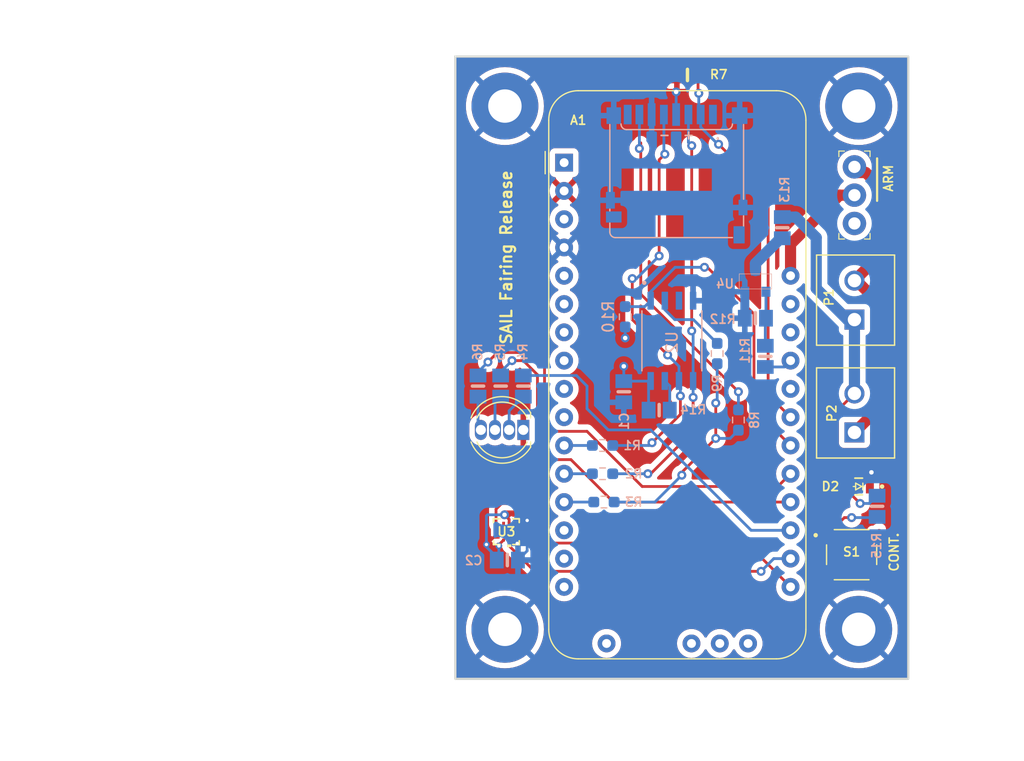
<source format=kicad_pcb>
(kicad_pcb (version 20221018) (generator pcbnew)
  (layers (0 "F.Cu" signal) (31 "B.Cu" signal) (34 "B.Paste" user) (35 "F.Paste" user) (36 "B.SilkS" user "B.Silkscreen") (37 "F.SilkS" user "F.Silkscreen") (38 "B.Mask" user) (39 "F.Mask" user) (44 "Edge.Cuts" user))
  (net 0 "")
  (net 2 "+3.3V")
  (net 4 "GND")
  (net 13 "/SDA")
  (net 14 "/SCL")
  (net 15 "/CUT")
  (net 16 "/ARM")
  (net 20 "/VBAT")
  (net 26 "Net-(P1-Pad1)")
  (net 27 "/LEDRED")
  (net 28 "/LEDBLU")
  (net 29 "/LEDGRN")
  (net 30 "Net-(D2-A)")
  (net 31 "Net-(D1-GRN)")
  (net 32 "Net-(D1-BLU)")
  (net 33 "Net-(D1-RED)")
  (net 34 "/SD-CS")
  (net 35 "/MISO")
  (net 36 "/FLASH-CS")
  (net 37 "/SCK")
  (net 38 "/MOSI")
  (net 40 "Net-(A1-SCK{slash}D24)")
  (net 41 "Net-(A1-MOSI{slash}D23)")
  (net 42 "Net-(A1-MISO{slash}D22)")
  (net 43 "Net-(R8-Pad2)")
  (net 44 "Net-(U2-DO(IO1))")
  (net 45 "Net-(U2-HOLD(IO3))")
  (net 46 "Net-(R15-Pad2)")
  (net 53 "Net-(U4-GATE)")
  (net 54 "Net-(U4-DRAIN)")
  (footprint "CustomFootprintLib:LED_D5.0mm-4_RGB" (layer "F.Cu") (at 117.348 97.536 180)
    (fp_text reference "D1" hide)
    (fp_text value "TRI-COLOR LED" hide)
    (pad "1" thru_hole rect (at 0 0 180) (size 1.07 1.8) (drill 0.9) (layers "*.Cu" "*.Mask") (net 2 "+3.3V"))
    (pad "2" thru_hole oval (at 1.27 0 180) (size 1.07 1.8) (drill 0.9) (layers "*.Cu" "*.Mask") (net 33 "Net-(D1-RED)"))
    (pad "3" thru_hole oval (at 2.54 0 180) (size 1.07 1.8) (drill 0.9) (layers "*.Cu" "*.Mask") (net 32 "Net-(D1-BLU)"))
    (pad "4" thru_hole oval (at 3.81 0 180) (size 1.07 1.8) (drill 0.9) (layers "*.Cu" "*.Mask") (net 31 "Net-(D1-GRN)"))
  )
  (footprint "CustomFootprintLib:LED0805N_CML_(CMD17-21VRDTR8)" (layer "F.Cu") (at 147.447 102.616 180)
    (fp_text reference "D2" (at 2.54 0 unlocked) (layer "F.SilkS") (effects (font (size 0.8 0.8))))
    (fp_text value "LED")
    (pad "1" smd rect (at -1.0033 0 180) (size 0.7112 1.2446) (layers "F.Cu" "F.Paste" "F.Mask") (net 4 "GND"))
    (pad "2" smd rect (at 1.0033 0 180) (size 0.7112 1.2446) (layers "F.Cu" "F.Paste" "F.Mask") (net 30 "Net-(D2-A)"))
    (zone (net 0) (net_name "") (layer "F.Cu") (connect_pads (clearance 0)) (min_thickness 0.254)
      (keepout (tracks not_allowed) (vias not_allowed) (pads allowed) (copperpour not_allowed) (footprints allowed))
      (fill (thermal_gap 0.508) (thermal_bridge_width 0.508))
      (polygon (pts (xy 148.0439 103.1875) (xy 146.8501 103.1875) (xy 146.8501 102.0445) (xy 148.0439 102.0445)))
    )
  )
  (footprint "CustomFootprintLib:0805-NO-Resistor" (layer "F.Cu") (at 132.08 65.659 180)
    (fp_text reference "R7" (at -3.683 0.508) (layer "F.SilkS") (effects (font (size 0.8 0.8) (thickness 0.15) bold) (justify right top)))
    (fp_text value "10k")
    (pad "1" smd rect (at -0.95 0 180) (size 1.24 1.5) (layers "F.Cu" "F.Paste" "F.Mask") (net 34 "/SD-CS"))
    (pad "2" smd rect (at 0.95 0 180) (size 1.24 1.5) (layers "F.Cu" "F.Paste" "F.Mask") (net 2 "+3.3V"))
  )
  (footprint "MountingHole:MountingHole_3mm_Pad" (layer "F.Cu") (at 115.697 115.443)
    (fp_text reference "H3" hide)
    (fp_text value "MountingHole_Pad")
    (pad "1" thru_hole circle (at 0 0) (size 6 6) (drill 3) (layers "*.Cu" "*.Mask") (net 4 "GND"))
  )
  (footprint "CustomFootprintLib:TERMBLOCK_OSTTE020104_3_5MM" (layer "F.Cu") (at 147.066 96.012 90)
    (fp_text reference "P2" (at -0.028 -2.032 90) (layer "F.SilkS") (effects (font (size 0.8 0.8))))
    (fp_text value "OSTTE020104")
    (pad "1" thru_hole rect (at -1.75 0 90) (size 1.8 1.8) (drill 1.2) (layers "*.Cu" "*.Mask") (net 16 "/ARM"))
    (pad "2" thru_hole circle (at 1.75 0 90) (size 1.8 1.8) (drill 1.2) (layers "*.Cu" "*.Mask") (net 26 "Net-(P1-Pad1)"))
  )
  (footprint "Module:Adafruit_Feather_M0_RFM" (layer "F.Cu") (at 121.0115 73.533)
    (fp_text reference "A1" (at 1.27 -3.81) (layer "F.SilkS") (effects (font (size 0.8 0.8))))
    (fp_text value "Adafruit_Feather_M0_RFM9x_LoRa_Radio")
    (pad "1" thru_hole rect (at 0 0 180) (size 1.6 1.6) (drill 0.8) (layers "*.Cu" "*.Mask"))
    (pad "2" thru_hole circle (at 0 2.54 180) (size 1.6 1.6) (drill 0.8) (layers "*.Cu" "*.Mask") (net 2 "+3.3V"))
    (pad "3" thru_hole circle (at 0 5.08 180) (size 1.6 1.6) (drill 0.8) (layers "*.Cu" "*.Mask"))
    (pad "4" thru_hole circle (at 0 7.62 180) (size 1.6 1.6) (drill 0.8) (layers "*.Cu" "*.Mask") (net 4 "GND"))
    (pad "5" thru_hole circle (at 0 10.16 180) (size 1.6 1.6) (drill 0.8) (layers "*.Cu" "*.Mask"))
    (pad "6" thru_hole circle (at 0 12.7 180) (size 1.6 1.6) (drill 0.8) (layers "*.Cu" "*.Mask"))
    (pad "7" thru_hole circle (at 0 15.24 180) (size 1.6 1.6) (drill 0.8) (layers "*.Cu" "*.Mask"))
    (pad "8" thru_hole circle (at 0 17.78 180) (size 1.6 1.6) (drill 0.8) (layers "*.Cu" "*.Mask"))
    (pad "9" thru_hole circle (at 0 20.32 180) (size 1.6 1.6) (drill 0.8) (layers "*.Cu" "*.Mask"))
    (pad "10" thru_hole circle (at 0 22.86 180) (size 1.6 1.6) (drill 0.8) (layers "*.Cu" "*.Mask"))
    (pad "11" thru_hole circle (at 0 25.4 180) (size 1.6 1.6) (drill 0.8) (layers "*.Cu" "*.Mask") (net 40 "Net-(A1-SCK{slash}D24)"))
    (pad "12" thru_hole circle (at 0 27.94 180) (size 1.6 1.6) (drill 0.8) (layers "*.Cu" "*.Mask") (net 41 "Net-(A1-MOSI{slash}D23)"))
    (pad "13" thru_hole circle (at 0 30.48 180) (size 1.6 1.6) (drill 0.8) (layers "*.Cu" "*.Mask") (net 42 "Net-(A1-MISO{slash}D22)"))
    (pad "14" thru_hole circle (at 0 33.02 180) (size 1.6 1.6) (drill 0.8) (layers "*.Cu" "*.Mask"))
    (pad "15" thru_hole circle (at 0 35.56 180) (size 1.6 1.6) (drill 0.8) (layers "*.Cu" "*.Mask"))
    (pad "16" thru_hole circle (at 0 38.1 180) (size 1.6 1.6) (drill 0.8) (layers "*.Cu" "*.Mask"))
    (pad "17" thru_hole circle (at 20.32 38.1 180) (size 1.6 1.6) (drill 0.8) (layers "*.Cu" "*.Mask") (net 13 "/SDA"))
    (pad "18" thru_hole circle (at 20.32 35.56 180) (size 1.6 1.6) (drill 0.8) (layers "*.Cu" "*.Mask") (net 14 "/SCL"))
    (pad "19" thru_hole circle (at 20.32 33.02 180) (size 1.6 1.6) (drill 0.8) (layers "*.Cu" "*.Mask") (net 27 "/LEDRED"))
    (pad "20" thru_hole circle (at 20.32 30.48 180) (size 1.6 1.6) (drill 0.8) (layers "*.Cu" "*.Mask") (net 28 "/LEDBLU"))
    (pad "21" thru_hole circle (at 20.32 27.94 180) (size 1.6 1.6) (drill 0.8) (layers "*.Cu" "*.Mask") (net 29 "/LEDGRN"))
    (pad "22" thru_hole circle (at 20.32 25.4 180) (size 1.6 1.6) (drill 0.8) (layers "*.Cu" "*.Mask") (net 36 "/FLASH-CS"))
    (pad "23" thru_hole circle (at 20.32 22.86 180) (size 1.6 1.6) (drill 0.8) (layers "*.Cu" "*.Mask") (net 34 "/SD-CS"))
    (pad "24" thru_hole circle (at 20.32 20.32 180) (size 1.6 1.6) (drill 0.8) (layers "*.Cu" "*.Mask"))
    (pad "25" thru_hole circle (at 20.32 17.78 180) (size 1.6 1.6) (drill 0.8) (layers "*.Cu" "*.Mask") (net 15 "/CUT"))
    (pad "26" thru_hole circle (at 20.32 15.24 180) (size 1.6 1.6) (drill 0.8) (layers "*.Cu" "*.Mask"))
    (pad "27" thru_hole circle (at 20.32 12.7 180) (size 1.6 1.6) (drill 0.8) (layers "*.Cu" "*.Mask"))
    (pad "28" thru_hole circle (at 20.32 10.16 180) (size 1.6 1.6) (drill 0.8) (layers "*.Cu" "*.Mask") (net 20 "/VBAT"))
    (pad "29" thru_hole circle (at 3.81 43.18 180) (size 1.6 1.6) (drill 0.8) (layers "*.Cu" "*.Mask"))
    (pad "30" thru_hole circle (at 11.43 43.18 180) (size 1.6 1.6) (drill 0.8) (layers "*.Cu" "*.Mask"))
    (pad "31" thru_hole circle (at 13.97 43.18 180) (size 1.6 1.6) (drill 0.8) (layers "*.Cu" "*.Mask"))
    (pad "32" thru_hole circle (at 16.51 43.18 180) (size 1.6 1.6) (drill 0.8) (layers "*.Cu" "*.Mask"))
  )
  (footprint "digikey-footprints:PinHeader_1x3_P2.54_Drill1.1mm" (layer "F.Cu") (at 147.066 78.994 90)
    (fp_text reference "J1" hide)
    (fp_text value "PH1-03-UA")
    (pad "1" thru_hole circle (at 0 0 90) (size 2.1 2.1) (drill 1.1) (layers "*.Cu" "*.Mask"))
    (pad "2" thru_hole circle (at 2.54 0 90) (size 2.1 2.1) (drill 1.1) (layers "*.Cu" "*.Mask") (net 20 "/VBAT"))
    (pad "3" thru_hole circle (at 5.08 0 90) (size 2.1 2.1) (drill 1.1) (layers "*.Cu" "*.Mask") (net 16 "/ARM"))
  )
  (footprint "CustomFootprintLib:LGA10_BMP390_BOS" (layer "F.Cu") (at 115.827937 106.675081 180)
    (fp_text reference "U3" (at 0 0 unlocked) (layer "F.SilkS") (effects (font (size 0.8 0.8))))
    (fp_text value "BMP390" hide)
    (pad "1" smd rect (at 0.250063 -0.7493 180) (size 0.254 0.2794) (layers "F.Cu" "F.Paste" "F.Mask") (net 2 "+3.3V"))
    (pad "2" smd rect (at -0.250063 -0.7493 180) (size 0.254 0.2794) (layers "F.Cu" "F.Paste" "F.Mask") (net 14 "/SCL"))
    (pad "3" smd rect (at -0.7493 -0.500126 270) (size 0.254 0.2794) (layers "F.Cu" "F.Paste" "F.Mask") (net 4 "GND"))
    (pad "4" smd rect (at -0.7493 0 270) (size 0.254 0.2794) (layers "F.Cu" "F.Paste" "F.Mask") (net 13 "/SDA"))
    (pad "5" smd rect (at -0.7493 0.500126 270) (size 0.254 0.2794) (layers "F.Cu" "F.Paste" "F.Mask") (net 4 "GND"))
    (pad "6" smd rect (at -0.250063 0.7493 180) (size 0.254 0.2794) (layers "F.Cu" "F.Paste" "F.Mask") (net 2 "+3.3V"))
    (pad "7" smd rect (at 0.250063 0.7493 180) (size 0.254 0.2794) (layers "F.Cu" "F.Paste" "F.Mask"))
    (pad "8" smd rect (at 0.7493 0.500126 270) (size 0.254 0.2794) (layers "F.Cu" "F.Paste" "F.Mask") (net 4 "GND"))
    (pad "9" smd rect (at 0.7493 0 270) (size 0.254 0.2794) (layers "F.Cu" "F.Paste" "F.Mask") (net 4 "GND"))
    (pad "10" smd rect (at 0.7493 -0.500126 270) (size 0.254 0.2794) (layers "F.Cu" "F.Paste" "F.Mask") (net 2 "+3.3V"))
  )
  (footprint "MountingHole:MountingHole_3mm_Pad" (layer "F.Cu") (at 147.447 68.453)
    (fp_text reference "H2" hide)
    (fp_text value "MountingHole_Pad")
    (pad "1" thru_hole circle (at 0 0) (size 6 6) (drill 3) (layers "*.Cu" "*.Mask") (net 4 "GND"))
  )
  (footprint "MountingHole:MountingHole_3mm_Pad" (layer "F.Cu") (at 147.447 115.443)
    (fp_text reference "H4" hide)
    (fp_text value "MountingHole_Pad")
    (pad "1" thru_hole circle (at 0 0) (size 6 6) (drill 3) (layers "*.Cu" "*.Mask") (net 4 "GND"))
  )
  (footprint "MountingHole:MountingHole_3mm_Pad" (layer "F.Cu") (at 115.697 68.453)
    (fp_text reference "H1" hide)
    (fp_text value "MountingHole_Pad")
    (pad "1" thru_hole circle (at 0 0) (size 6 6) (drill 3) (layers "*.Cu" "*.Mask") (net 4 "GND"))
  )
  (footprint "CustomFootprintLib:TERMBLOCK_OSTTE020104_3_5MM" (layer "F.Cu") (at 147.066 85.88 90)
    (fp_text reference "P1" (at 0.254 -2.286 90) (layer "F.SilkS") (effects (font (size 0.8 0.8))))
    (fp_text value "OSTTE020104")
    (pad "1" thru_hole rect (at -1.75 0 90) (size 1.8 1.8) (drill 1.2) (layers "*.Cu" "*.Mask") (net 26 "Net-(P1-Pad1)"))
    (pad "2" thru_hole circle (at 1.75 0 90) (size 1.8 1.8) (drill 1.2) (layers "*.Cu" "*.Mask") (net 16 "/ARM"))
  )
  (footprint "CustomFootprintLib:SW_TL3315NF100Q" (layer "F.Cu") (at 146.812 108.74)
    (fp_text reference "S1" (at 0 -0.254) (layer "F.SilkS") (effects (font (size 0.8 0.8))))
    (fp_text value "TL3315NF100Q")
    (pad "1" smd custom (at -2.23 -1.75) (size 0.5 0.5) (layers "F.Cu") (net 46 "Net-(R15-Pad2)") (options (clearance outline) (anchor rect)) (primitives (gr_poly (pts (xy -0.145 0.55) (xy -0.345 0.55) (xy -0.345 -0.55) (xy -0.145 -0.55) (xy -0.145 -0.35) (xy 0.355 -0.35) (xy 0.355 0.35) (xy -0.145 0.35)) (width 0.01) (fill yes))))
    (pad "2" smd custom (at 2.23 -1.75) (size 0.5 0.5) (layers "F.Cu") (options (clearance outline) (anchor rect)) (primitives (gr_poly (pts (xy 0.145 0.35) (xy -0.355 0.35) (xy -0.355 -0.35) (xy 0.145 -0.35) (xy 0.145 -0.55) (xy 0.345 -0.55) (xy 0.345 0.55) (xy 0.145 0.55)) (width 0.01) (fill yes))))
    (pad "3" smd custom (at -2.23 1.75) (size 0.5 0.5) (layers "F.Cu") (net 26 "Net-(P1-Pad1)") (options (clearance outline) (anchor rect)) (primitives (gr_poly (pts (xy -0.145 0.55) (xy -0.345 0.55) (xy -0.345 -0.55) (xy -0.145 -0.55) (xy -0.145 -0.35) (xy 0.355 -0.35) (xy 0.355 0.35) (xy -0.145 0.35)) (width 0.01) (fill yes))))
    (pad "4" smd custom (at 2.23 1.75) (size 0.5 0.5) (layers "F.Cu") (options (clearance outline) (anchor rect)) (primitives (gr_poly (pts (xy 0.145 0.35) (xy -0.355 0.35) (xy -0.355 -0.35) (xy 0.145 -0.35) (xy 0.145 -0.55) (xy 0.345 -0.55) (xy 0.345 0.55) (xy 0.145 0.55)) (width 0.01) (fill yes))))
  )
  (footprint "CustomFootprintLib:MICROSD-HRS_DM3D" (layer "B.Cu") (at 131.715 80.264)
    (fp_text reference "U1" hide)
    (fp_text value "MICROSD-HRS_DM3D" hide)
    (fp_text user "." (at 2.794 -8.763) (layer "B.SilkS") (effects (font (size 0.8 0.8) (thickness 0.15) bold) (justify right bottom mirror)))
    (fp_text user "-" (at -2.286 -8.763) (layer "B.SilkS") (effects (font (size 0.8 0.8) (thickness 0.15) bold) (justify right bottom mirror)))
    (fp_text user "+" (at -0.127 -8.763) (layer "B.SilkS") (effects (font (size 0.8 0.8) (thickness 0.15) bold) (justify right bottom mirror)))
    (pad "CD/DAT3" smd rect (at 1.55 -11.05 180) (size 0.7 1.75) (layers "B.Cu" "B.Paste" "B.Mask") (net 34 "/SD-CS"))
    (pad "CLK" smd rect (at -1.75 -11.05 180) (size 0.7 1.75) (layers "B.Cu" "B.Paste" "B.Mask") (net 37 "/SCK"))
    (pad "CMD" smd rect (at 0.45 -11.05 180) (size 0.7 1.75) (layers "B.Cu" "B.Paste" "B.Mask") (net 38 "/MOSI"))
    (pad "DAT0" smd rect (at -3.95 -11.05 180) (size 0.7 1.75) (layers "B.Cu" "B.Paste" "B.Mask") (net 43 "Net-(R8-Pad2)"))
    (pad "DAT1" smd rect (at -5 -11.05 180) (size 0.7 1.75) (layers "B.Cu" "B.Paste" "B.Mask"))
    (pad "DAT2" smd rect (at 2.65 -11.05 180) (size 0.7 1.75) (layers "B.Cu" "B.Paste" "B.Mask"))
    (pad "GND1" smd rect (at -6.55 -3.35) (size 0.8 1.5) (layers "B.Cu" "B.Paste" "B.Mask") (net 4 "GND"))
    (pad "GND2" smd rect (at 5.35 -2.7) (size 0.8 1.4) (layers "B.Cu" "B.Paste" "B.Mask") (net 4 "GND"))
    (pad "GND3" smd rect (at 5.05 -10.95 270) (size 1.5 1.4) (layers "B.Cu" "B.Paste" "B.Mask") (net 4 "GND"))
    (pad "GND4" smd rect (at -6.25 -10.95 270) (size 1.5 1.3) (layers "B.Cu" "B.Paste" "B.Mask") (net 4 "GND"))
    (pad "SW_A" smd rect (at 5 -0.25) (size 1 1.55) (layers "B.Cu" "B.Paste" "B.Mask"))
    (pad "SW_B" smd rect (at -6.25 -1.85 90) (size 1 1.4) (layers "B.Cu" "B.Paste" "B.Mask"))
    (pad "VDD" smd rect (at -0.65 -11.05 180) (size 0.7 2.032) (layers "B.Cu" "B.Paste" "B.Mask") (net 2 "+3.3V"))
    (pad "VSS" smd rect (at -2.85 -11.05 180) (size 0.7 2.032) (layers "B.Cu" "B.Paste" "B.Mask") (net 4 "GND"))
    (zone (net 0) (net_name "") (layer "B.Cu") (connect_pads (clearance 0)) (min_thickness 0.25)
      (keepout (tracks not_allowed) (vias not_allowed) (pads not_allowed) (copperpour not_allowed) (footprints allowed))
      (fill (thermal_gap 0.5) (thermal_bridge_width 0.5))
      (polygon (pts (xy 126.165 74.064) (xy 134.265 74.064) (xy 134.265 76.064) (xy 126.165 76.064)))
    )
    (zone (net 0) (net_name "") (layer "B.Cu") (connect_pads (clearance 0)) (min_thickness 0.25)
      (keepout (tracks not_allowed) (vias not_allowed) (pads not_allowed) (copperpour not_allowed) (footprints allowed))
      (fill (thermal_gap 0.5) (thermal_bridge_width 0.5))
      (polygon (pts (xy 129.215 78.264) (xy 131.715 78.264) (xy 131.715 80.264) (xy 129.215 80.264)))
    )
  )
  (footprint "CustomFootprintLib:R_0603_1608Metric_Pad0.98x0.95mm_HandSolder" (layer "B.Cu") (at 134.747 90.678 -90)
    (fp_text reference "R9" (at 2.667 0 90) (layer "B.SilkS") (effects (font (size 0.8 0.8)) (justify mirror)))
    (fp_text value "10")
    (pad "1" smd roundrect (at -0.9125 0 270) (size 0.975 0.95) (layers "B.Cu" "B.Paste" "B.Mask") (net 44 "Net-(U2-DO(IO1))"))
    (pad "2" smd roundrect (at 0.9125 0 270) (size 0.975 0.95) (layers "B.Cu" "B.Paste" "B.Mask") (net 35 "/MISO"))
  )
  (footprint "CustomFootprintLib:0805-NO (Capacitor)" (layer "B.Cu") (at 126.365 94.107 -90)
    (fp_text reference "C1" (at 1.778 -0.508 90) (layer "B.SilkS") (effects (font (size 0.8 0.8) (thickness 0.15) bold) (justify left bottom mirror)))
    (fp_text value "22pF")
    (pad "1" smd rect (at -0.95 0 270) (size 1.24 1.5) (layers "B.Cu" "B.Paste" "B.Mask") (net 2 "+3.3V"))
    (pad "2" smd rect (at 0.95 0 270) (size 1.24 1.5) (layers "B.Cu" "B.Paste" "B.Mask") (net 4 "GND"))
  )
  (footprint "CustomFootprintLib:0805-NO-Resistor" (layer "B.Cu") (at 140.589 79.375 90)
    (fp_text reference "R13" (at 2.159 -0.254 90) (layer "B.SilkS") (effects (font (size 0.8 0.8) (thickness 0.15) bold) (justify right top mirror)))
    (fp_text value "1")
    (pad "1" smd rect (at -0.95 0 90) (size 1.24 1.5) (layers "B.Cu" "B.Paste" "B.Mask") (net 54 "Net-(U4-DRAIN)"))
    (pad "2" smd rect (at 0.95 0 90) (size 1.24 1.5) (layers "B.Cu" "B.Paste" "B.Mask") (net 26 "Net-(P1-Pad1)"))
  )
  (footprint "CustomFootprintLib:R_0603_1608Metric_Pad0.98x0.95mm_HandSolder" (layer "B.Cu") (at 124.587 104.013)
    (fp_text reference "R3" (at 2.667 0) (layer "B.SilkS") (effects (font (size 0.8 0.8)) (justify mirror)))
    (fp_text value "10")
    (pad "1" smd roundrect (at -0.9125 0) (size 0.975 0.95) (layers "B.Cu" "B.Paste" "B.Mask") (net 42 "Net-(A1-MISO{slash}D22)"))
    (pad "2" smd roundrect (at 0.9125 0) (size 0.975 0.95) (layers "B.Cu" "B.Paste" "B.Mask") (net 35 "/MISO"))
  )
  (footprint "CustomFootprintLib:0805-NO-Resistor" (layer "B.Cu") (at 115.316 93.599 -90)
    (fp_text reference "R5" (at -3.937 0.508 90) (layer "B.SilkS") (effects (font (size 0.8 0.8) (thickness 0.15) bold) (justify left top mirror)))
    (fp_text value "5")
    (pad "1" smd rect (at -0.95 0 270) (size 1.24 1.5) (layers "B.Cu" "B.Paste" "B.Mask") (net 28 "/LEDBLU"))
    (pad "2" smd rect (at 0.95 0 270) (size 1.24 1.5) (layers "B.Cu" "B.Paste" "B.Mask") (net 32 "Net-(D1-BLU)"))
  )
  (footprint "CustomFootprintLib:R_0603_1608Metric_Pad0.98x0.95mm_HandSolder" (layer "B.Cu") (at 136.652 96.647 90)
    (fp_text reference "R8" (at 0 1.43 90) (layer "B.SilkS") (effects (font (size 0.8 0.8)) (justify mirror)))
    (fp_text value "10")
    (pad "1" smd roundrect (at -0.9125 0 90) (size 0.975 0.95) (layers "B.Cu" "B.Paste" "B.Mask") (net 35 "/MISO"))
    (pad "2" smd roundrect (at 0.9125 0 90) (size 0.975 0.95) (layers "B.Cu" "B.Paste" "B.Mask") (net 43 "Net-(R8-Pad2)"))
  )
  (footprint "CustomFootprintLib:0805-NO-Resistor" (layer "B.Cu") (at 129.54 95.758 180)
    (fp_text reference "R14" (at -4.318 0.508) (layer "B.SilkS") (effects (font (size 0.8 0.8) (thickness 0.15) bold) (justify left top mirror)))
    (fp_text value "470")
    (pad "1" smd rect (at -0.95 0 180) (size 1.24 1.5) (layers "B.Cu" "B.Paste" "B.Mask") (net 45 "Net-(U2-HOLD(IO3))"))
    (pad "2" smd rect (at 0.95 0 180) (size 1.24 1.5) (layers "B.Cu" "B.Paste" "B.Mask") (net 2 "+3.3V"))
  )
  (footprint "CustomFootprintLib:0805-NO (Capacitor)" (layer "B.Cu") (at 115.916837 109.222955)
    (fp_text reference "C2" (at -3.902837 0.505045) (layer "B.SilkS") (effects (font (size 0.8 0.8) (thickness 0.15) bold) (justify right bottom mirror)))
    (fp_text value "0.1uF")
    (pad "1" smd rect (at -0.95 0) (size 1.24 1.5) (layers "B.Cu" "B.Paste" "B.Mask") (net 2 "+3.3V"))
    (pad "2" smd rect (at 0.95 0) (size 1.24 1.5) (layers "B.Cu" "B.Paste" "B.Mask") (net 4 "GND"))
  )
  (footprint "CustomFootprintLib:W25Q64JVSSIQ" (layer "B.Cu") (at 130.683 89.535 -90)
    (fp_text reference "U2" (at 0.127 0 90) (layer "B.SilkS") (effects (justify mirror)))
    (fp_text value "W25Q64JVSSIQ")
    (pad "1" smd roundrect (at -3.605 1.905 270) (size 1.61 0.58) (layers "B.Cu" "B.Paste" "B.Mask") (roundrect_rratio 0.07) (net 36 "/FLASH-CS"))
    (pad "2" smd roundrect (at -3.605 0.635 270) (size 1.61 0.58) (layers "B.Cu" "B.Paste" "B.Mask") (roundrect_rratio 0.07) (net 44 "Net-(U2-DO(IO1))"))
    (pad "3" smd roundrect (at -3.605 -0.635 270) (size 1.61 0.58) (layers "B.Cu" "B.Paste" "B.Mask") (roundrect_rratio 0.07))
    (pad "4" smd roundrect (at -3.605 -1.905 270) (size 1.61 0.58) (layers "B.Cu" "B.Paste" "B.Mask") (roundrect_rratio 0.07) (net 4 "GND"))
    (pad "5" smd roundrect (at 3.605 -1.905 270) (size 1.61 0.58) (layers "B.Cu" "B.Paste" "B.Mask") (roundrect_rratio 0.07) (net 38 "/MOSI"))
    (pad "6" smd roundrect (at 3.605 -0.635 270) (size 1.61 0.58) (layers "B.Cu" "B.Paste" "B.Mask") (roundrect_rratio 0.07) (net 37 "/SCK"))
    (pad "7" smd roundrect (at 3.605 0.635 270) (size 1.61 0.58) (layers "B.Cu" "B.Paste" "B.Mask") (roundrect_rratio 0.07) (net 45 "Net-(U2-HOLD(IO3))"))
    (pad "8" smd roundrect (at 3.605 1.905 270) (size 1.61 0.58) (layers "B.Cu" "B.Paste" "B.Mask") (roundrect_rratio 0.07) (net 2 "+3.3V"))
  )
  (footprint "CustomFootprintLib:0805-NO-Resistor" (layer "B.Cu") (at 149.098 104.394 -90)
    (fp_text reference "R15" (at 2.286 0.508 90) (layer "B.SilkS") (effects (font (size 0.8 0.8) (thickness 0.15) bold) (justify left top mirror)))
    (fp_text value "82")
    (pad "1" smd rect (at -0.95 0 270) (size 1.24 1.5) (layers "B.Cu" "B.Paste" "B.Mask") (net 30 "Net-(D2-A)"))
    (pad "2" smd rect (at 0.95 0 270) (size 1.24 1.5) (layers "B.Cu" "B.Paste" "B.Mask") (net 46 "Net-(R15-Pad2)"))
  )
  (footprint "CustomFootprintLib:R_0603_1608Metric_Pad0.98x0.95mm_HandSolder" (layer "B.Cu") (at 124.46 101.473)
    (fp_text reference "R2" (at 2.794 0) (layer "B.SilkS") (effects (font (size 0.8 0.8)) (justify mirror)))
    (fp_text value "10")
    (pad "1" smd roundrect (at -0.9125 0) (size 0.975 0.95) (layers "B.Cu" "B.Paste" "B.Mask") (net 41 "Net-(A1-MOSI{slash}D23)"))
    (pad "2" smd roundrect (at 0.9125 0) (size 0.975 0.95) (layers "B.Cu" "B.Paste" "B.Mask") (net 38 "/MOSI"))
  )
  (footprint "CustomFootprintLib:DMN3051L-7" (layer "B.Cu") (at 138.176 85.376 180)
    (fp_text reference "U4" (at 3.622 1.429) (layer "B.SilkS") (effects (font (size 0.8 0.8)) (justify right top mirror)))
    (fp_text value "DMN3051L-7" hide)
    (pad "BOTL" smd rect (at -0.95 0.25 180) (size 0.8 0.9) (layers "B.Cu" "B.Paste" "B.Mask") (net 53 "Net-(U4-GATE)"))
    (pad "BOTR" smd rect (at 0.95 0.25 180) (size 0.8 0.9) (layers "B.Cu" "B.Paste" "B.Mask") (net 4 "GND"))
    (pad "TIP" smd rect (at 0 2.15 180) (size 0.8 0.9) (layers "B.Cu" "B.Paste" "B.Mask") (net 54 "Net-(U4-DRAIN)"))
  )
  (footprint "CustomFootprintLib:0805-NO-Resistor" (layer "B.Cu") (at 113.284 93.599 -90)
    (fp_text reference "R6" (at -3.937 0.508 90) (layer "B.SilkS") (effects (font (size 0.8 0.8) (thickness 0.15) bold) (justify left top mirror)))
    (fp_text value "5")
    (pad "1" smd rect (at -0.95 0 270) (size 1.24 1.5) (layers "B.Cu" "B.Paste" "B.Mask") (net 29 "/LEDGRN"))
    (pad "2" smd rect (at 0.95 0 270) (size 1.24 1.5) (layers "B.Cu" "B.Paste" "B.Mask") (net 31 "Net-(D1-GRN)"))
  )
  (footprint "CustomFootprintLib:0805-NO-Resistor" (layer "B.Cu") (at 138.176 87.503)
    (fp_text reference "R12" (at -4.191 -0.381) (layer "B.SilkS") (effects (font (size 0.8 0.8) (thickness 0.15) bold) (justify right top mirror)))
    (fp_text value "470")
    (pad "1" smd rect (at -0.95 0) (size 1.24 1.5) (layers "B.Cu" "B.Paste" "B.Mask") (net 4 "GND"))
    (pad "2" smd rect (at 0.95 0) (size 1.24 1.5) (layers "B.Cu" "B.Paste" "B.Mask") (net 53 "Net-(U4-GATE)"))
  )
  (footprint "CustomFootprintLib:0805-NO-Resistor" (layer "B.Cu") (at 139.065 90.932 90)
    (fp_text reference "R11" (at -0.762 -2.286 90) (layer "B.SilkS") (effects (font (size 0.8 0.8) (thickness 0.15) bold) (justify right top mirror)))
    (fp_text value "1k")
    (pad "1" smd rect (at -0.95 0 90) (size 1.24 1.5) (layers "B.Cu" "B.Paste" "B.Mask") (net 15 "/CUT"))
    (pad "2" smd rect (at 0.95 0 90) (size 1.24 1.5) (layers "B.Cu" "B.Paste" "B.Mask") (net 53 "Net-(U4-GATE)"))
  )
  (footprint "CustomFootprintLib:R_0603_1608Metric_Pad0.98x0.95mm_HandSolder" (layer "B.Cu") (at 124.46 98.933)
    (fp_text reference "R1" (at 2.667 0) (layer "B.SilkS") (effects (font (size 0.8 0.8)) (justify mirror)))
    (fp_text value "10")
    (pad "1" smd roundrect (at -0.9125 0) (size 0.975 0.95) (layers "B.Cu" "B.Paste" "B.Mask") (net 40 "Net-(A1-SCK{slash}D24)"))
    (pad "2" smd roundrect (at 0.9125 0) (size 0.975 0.95) (layers "B.Cu" "B.Paste" "B.Mask") (net 37 "/SCK"))
  )
  (footprint "Resistor_SMD:R_0603_1608Metric_Pad0.98x0.95mm_HandSolder" (layer "B.Cu") (at 126.492 87.376 -90)
    (fp_text reference "R10" (at 0 1.524 90) (layer "B.SilkS") (effects (justify mirror)))
    (fp_text value "10k")
    (pad "1" smd roundrect (at -0.9125 0 270) (size 0.975 0.95) (layers "B.Cu" "B.Paste" "B.Mask") (net 36 "/FLASH-CS"))
    (pad "2" smd roundrect (at 0.9125 0 270) (size 0.975 0.95) (layers "B.Cu" "B.Paste" "B.Mask") (net 2 "+3.3V"))
  )
  (footprint "CustomFootprintLib:0805-NO-Resistor" (layer "B.Cu") (at 117.348 93.599 -90)
    (fp_text reference "R4" (at -3.937 0.508 90) (layer "B.SilkS") (effects (font (size 0.8 0.8) (thickness 0.15) bold) (justify left top mirror)))
    (fp_text value "75")
    (pad "1" smd rect (at -0.95 0 270) (size 1.24 1.5) (layers "B.Cu" "B.Paste" "B.Mask") (net 27 "/LEDRED"))
    (pad "2" smd rect (at 0.95 0 270) (size 1.24 1.5) (layers "B.Cu" "B.Paste" "B.Mask") (net 33 "Net-(D1-RED)"))
  )
  (gr_line (start 149.098 73.152) (end 149.098 76.962) (stroke (width 0.2)) (layer "F.SilkS"))
  (gr_rect (start 111.252 64.008) (end 151.892 119.888) (stroke (width 0.2)) (fill none) (layer "Edge.Cuts"))
  (gr_text "CONT." (at 150.622 108.514 90) (layer "F.SilkS") (effects (font (size 0.8 0.8))))
  (gr_text "SAIL Fairing Release" (at 115.824 82.042 90) (layer "F.SilkS") (effects (font (size 1 1) (thickness 0.2) bold)))
  (gr_text "ARM" (at 150.114 74.93 90) (layer "F.SilkS") (effects (font (size 0.8 0.8))))
  (segment (start 115.154837 107.952955) (end 115.154837 107.847418) (width 0.25) (layer "F.Cu") (net 2))
  (segment (start 115.154837 107.847418) (end 115.577874 107.424381) (width 0.25) (layer "F.Cu") (net 2))
  (segment (start 114.689413 107.175207) (end 114.03915 107.82547) (width 0.25) (layer "F.Cu") (net 2))
  (segment (start 116.078 105.574118) (end 116.078 105.925781) (width 0.25) (layer "F.Cu") (net 2))
  (segment (start 131.064 67.183) (end 131.064 65.725) (width 0.25) (layer "F.Cu") (net 2))
  (segment (start 131.064 65.725) (end 131.13 65.659) (width 0.25) (layer "F.Cu") (net 2))
  (segment (start 115.078637 107.175207) (end 114.689413 107.175207) (width 0.25) (layer "F.Cu") (net 2))
  (segment (start 115.662837 105.158955) (end 116.078 105.574118) (width 0.25) (layer "F.Cu") (net 2))
  (via (at 126.365 91.821) (size 0.8) (drill 0.4) (layers "F.Cu" "B.Cu") (net 2))
  (via (at 131.064 67.183) (size 0.8) (drill 0.4) (layers "F.Cu" "B.Cu") (net 2))
  (via (at 115.662837 105.158955) (size 0.8) (drill 0.4) (layers "F.Cu" "B.Cu") (net 2))
  (via (at 126.492 89.281) (size 0.8) (drill 0.4) (layers "F.Cu" "B.Cu") (net 2))
  (via (at 115.154837 107.952955) (size 0.6) (drill 0.3) (layers "F.Cu" "B.Cu") (net 2))
  (via (at 114.03915 107.82547) (size 0.6) (drill 0.3) (layers "F.Cu" "B.Cu") (net 2))
  (segment (start 114.03915 108.041268) (end 114.966837 108.968955) (width 0.25) (layer "B.Cu") (net 2))
  (segment (start 114.138837 105.158955) (end 114.03915 105.258642) (width 0.25) (layer "B.Cu") (net 2))
  (segment (start 128.59 95.758) (end 128.59 93.328) (width 0.25) (layer "B.Cu") (net 2))
  (segment (start 114.03915 105.258642) (end 114.03915 107.82547) (width 0.25) (layer "B.Cu") (net 2))
  (segment (start 128.761 93.157) (end 128.778 93.14) (width 0.25) (layer "B.Cu") (net 2))
  (segment (start 126.365 93.157) (end 128.761 93.157) (width 0.25) (layer "B.Cu") (net 2))
  (segment (start 115.662837 105.158955) (end 114.138837 105.158955) (width 0.25) (layer "B.Cu") (net 2))
  (segment (start 128.59 93.328) (end 128.778 93.14) (width 0.25) (layer "B.Cu") (net 2))
  (segment (start 131.065 69.214) (end 131.065 67.184) (width 0.25) (layer "B.Cu") (net 2))
  (segment (start 115.154837 107.952955) (end 115.154837 109.034955) (width 0.25) (layer "B.Cu") (net 2))
  (segment (start 126.492 88.2885) (end 126.492 89.281) (width 0.25) (layer "B.Cu") (net 2))
  (segment (start 115.154837 109.034955) (end 114.966837 109.222955) (width 0.25) (layer "B.Cu") (net 2))
  (segment (start 131.065 67.184) (end 131.064 67.183) (width 0.25) (layer "B.Cu") (net 2))
  (segment (start 126.365 93.157) (end 126.365 91.821) (width 0.25) (layer "B.Cu") (net 2))
  (segment (start 114.03915 107.82547) (end 114.03915 108.041268) (width 0.25) (layer "B.Cu") (net 2))
  (segment (start 114.900837 104.650955) (end 114.900837 105.997155) (width 0.25) (layer "F.Cu") (net 4))
  (segment (start 117.694837 105.664) (end 117.694837 104.904955) (width 0.25) (layer "F.Cu") (net 4))
  (segment (start 116.932837 104.142955) (end 115.408837 104.142955) (width 0.25) (layer "F.Cu") (net 4))
  (segment (start 117.694837 104.904955) (end 116.932837 104.142955) (width 0.25) (layer "F.Cu") (net 4))
  (segment (start 114.900837 105.997155) (end 115.078637 106.174955) (width 0.25) (layer "F.Cu") (net 4))
  (segment (start 117.694837 105.664) (end 117.088192 105.664) (width 0.25) (layer "F.Cu") (net 4))
  (segment (start 148.59 101.346) (end 148.4503 101.4857) (width 0.25) (layer "F.Cu") (net 4))
  (segment (start 117.088192 105.664) (end 116.577237 106.174955) (width 0.25) (layer "F.Cu") (net 4))
  (segment (start 148.4503 101.4857) (end 148.4503 102.616) (width 0.25) (layer "F.Cu") (net 4))
  (segment (start 115.408837 104.142955) (end 114.900837 104.650955) (width 0.25) (layer "F.Cu") (net 4))
  (segment (start 116.8025 107.728205) (end 116.577237 107.502942) (width 0.25) (layer "F.Cu") (net 4))
  (segment (start 116.577237 107.502942) (end 116.577237 107.175207) (width 0.25) (layer "F.Cu") (net 4))
  (segment (start 115.078637 106.174955) (end 115.078637 106.675081) (width 0.25) (layer "F.Cu") (net 4))
  (via (at 117.694837 105.664) (size 0.6) (drill 0.3) (layers "F.Cu" "B.Cu") (net 4))
  (via (at 116.8025 107.728205) (size 0.6) (drill 0.3) (layers "F.Cu" "B.Cu") (net 4))
  (via (at 148.59 101.346) (size 0.8) (drill 0.4) (layers "F.Cu" "B.Cu") (net 4))
  (segment (start 116.8025 107.728205) (end 116.8025 108.904618) (width 0.25) (layer "B.Cu") (net 4))
  (segment (start 137.226 85.126) (end 137.226 87.503) (width 0.8) (layer "B.Cu") (net 4))
  (segment (start 117.694837 108.394955) (end 116.866837 109.222955) (width 0.25) (layer "B.Cu") (net 4))
  (segment (start 117.694837 105.664) (end 117.694837 108.394955) (width 0.25) (layer "B.Cu") (net 4))
  (segment (start 116.8025 108.904618) (end 116.866837 108.968955) (width 0.25) (layer "B.Cu") (net 4))
  (segment (start 116.577237 106.675081) (end 118.867081 106.675081) (width 0.25) (layer "F.Cu") (net 13))
  (segment (start 118.867081 106.675081) (end 119.888 107.696) (width 0.25) (layer "F.Cu") (net 13))
  (segment (start 137.3945 107.696) (end 141.3315 111.633) (width 0.25) (layer "F.Cu") (net 13))
  (segment (start 119.888 107.696) (end 137.3945 107.696) (width 0.25) (layer "F.Cu") (net 13))
  (segment (start 116.078 107.95) (end 118.364 110.236) (width 0.25) (layer "F.Cu") (net 14))
  (segment (start 122.428 110.236) (end 138.684 110.236) (width 0.25) (layer "F.Cu") (net 14))
  (segment (start 118.364 110.236) (end 122.428 110.236) (width 0.25) (layer "F.Cu") (net 14))
  (segment (start 116.078 107.424381) (end 116.078 107.95) (width 0.25) (layer "F.Cu") (net 14))
  (via (at 138.684 110.236) (size 0.8) (drill 0.4) (layers "F.Cu" "B.Cu") (net 14))
  (segment (start 139.827 109.093) (end 141.3315 109.093) (width 0.25) (layer "B.Cu") (net 14))
  (segment (start 138.684 110.236) (end 139.827 109.093) (width 0.25) (layer "B.Cu") (net 14))
  (segment (start 139.065 91.882) (end 140.7625 91.882) (width 0.25) (layer "B.Cu") (net 15))
  (segment (start 141.3315 91.948) (end 141.0775 91.694) (width 0.25) (layer "B.Cu") (net 15))
  (segment (start 140.7625 91.882) (end 141.3315 91.313) (width 0.25) (layer "B.Cu") (net 15))
  (segment (start 149.987 86.868) (end 147.249 84.13) (width 1) (layer "F.Cu") (net 16))
  (segment (start 148.082 74.422) (end 149.987 76.327) (width 1) (layer "F.Cu") (net 16))
  (segment (start 147.066 74.422) (end 148.082 74.422) (width 1) (layer "F.Cu") (net 16))
  (segment (start 149.987 94.841) (end 149.987 86.868) (width 1) (layer "F.Cu") (net 16))
  (segment (start 147.066 97.762) (end 149.987 94.841) (width 1) (layer "F.Cu") (net 16))
  (segment (start 149.987 76.327) (end 149.987 81.209) (width 1) (layer "F.Cu") (net 16))
  (segment (start 147.249 84.13) (end 147.066 84.13) (width 1) (layer "F.Cu") (net 16))
  (segment (start 149.987 81.209) (end 147.066 84.13) (width 1) (layer "F.Cu") (net 16))
  (segment (start 146.685 76.454) (end 147.066 76.835) (width 1) (layer "F.Cu") (net 20))
  (segment (start 145.7325 76.454) (end 146.685 76.454) (width 1) (layer "F.Cu") (net 20))
  (segment (start 141.3315 80.855) (end 145.7325 76.454) (width 1) (layer "F.Cu") (net 20))
  (segment (start 141.3315 83.693) (end 141.3315 80.855) (width 1) (layer "F.Cu") (net 20))
  (segment (start 143.383 97.945) (end 147.066 94.262) (width 0.25) (layer "F.Cu") (net 26))
  (segment (start 143.383 109.291) (end 143.383 97.945) (width 0.25) (layer "F.Cu") (net 26))
  (segment (start 144.582 110.49) (end 143.383 109.291) (width 0.25) (layer "F.Cu") (net 26))
  (segment (start 143.637 84.836) (end 143.637 80.264) (width 1) (layer "B.Cu") (net 26))
  (segment (start 147.066 87.63) (end 146.431 87.63) (width 1) (layer "B.Cu") (net 26))
  (segment (start 143.637 80.264) (end 141.798 78.425) (width 1) (layer "B.Cu") (net 26))
  (segment (start 146.431 87.63) (end 143.637 84.836) (width 1) (layer "B.Cu") (net 26))
  (segment (start 147.066 94.262) (end 147.066 87.63) (width 1) (layer "B.Cu") (net 26))
  (segment (start 141.798 78.425) (end 140.589 78.425) (width 1) (layer "B.Cu") (net 26))
  (segment (start 124.968 97.536) (end 128.778 97.536) (width 0.25) (layer "B.Cu") (net 27))
  (segment (start 122.113 92.649) (end 123.063 93.599) (width 0.25) (layer "B.Cu") (net 27))
  (segment (start 128.778 97.536) (end 137.795 106.553) (width 0.25) (layer "B.Cu") (net 27))
  (segment (start 117.348 92.649) (end 122.113 92.649) (width 0.25) (layer "B.Cu") (net 27))
  (segment (start 123.063 93.599) (end 123.063 95.631) (width 0.25) (layer "B.Cu") (net 27))
  (segment (start 137.795 106.553) (end 141.3315 106.553) (width 0.25) (layer "B.Cu") (net 27))
  (segment (start 123.063 95.631) (end 124.968 97.536) (width 0.25) (layer "B.Cu") (net 27))
  (segment (start 121.622491 100.203) (end 125.432491 104.013) (width 0.25) (layer "F.Cu") (net 28))
  (segment (start 116.332 91.313) (end 117.348 91.313) (width 0.25) (layer "F.Cu") (net 28))
  (segment (start 125.432491 104.013) (end 141.3315 104.013) (width 0.25) (layer "F.Cu") (net 28))
  (segment (start 120.015 100.203) (end 121.622491 100.203) (width 0.25) (layer "F.Cu") (net 28))
  (segment (start 117.348 91.313) (end 118.618 92.583) (width 0.25) (layer "F.Cu") (net 28))
  (segment (start 118.618 92.583) (end 118.618 98.806) (width 0.25) (layer "F.Cu") (net 28))
  (segment (start 118.618 98.806) (end 120.015 100.203) (width 0.25) (layer "F.Cu") (net 28))
  (via (at 116.332 91.313) (size 0.8) (drill 0.4) (layers "F.Cu" "B.Cu") (net 28))
  (segment (start 115.316 92.329) (end 116.332 91.313) (width 0.25) (layer "B.Cu") (net 28))
  (segment (start 115.316 92.649) (end 115.316 92.329) (width 0.25) (layer "B.Cu") (net 28))
  (segment (start 118.147 90.588) (end 119.253 91.694) (width 0.25) (layer "F.Cu") (net 29))
  (segment (start 140.1885 102.616) (end 141.3315 101.473) (width 0.25) (layer "F.Cu") (net 29))
  (segment (start 119.253 96.901) (end 120.015 97.663) (width 0.25) (layer "F.Cu") (net 29))
  (segment (start 123.063 97.663) (end 128.016 102.616) (width 0.25) (layer "F.Cu") (net 29))
  (segment (start 119.253 91.694) (end 119.253 96.901) (width 0.25) (layer "F.Cu") (net 29))
  (segment (start 115.025 90.588) (end 118.147 90.588) (width 0.25) (layer "F.Cu") (net 29))
  (segment (start 120.015 97.663) (end 123.063 97.663) (width 0.25) (layer "F.Cu") (net 29))
  (segment (start 128.016 102.616) (end 140.1885 102.616) (width 0.25) (layer "F.Cu") (net 29))
  (segment (start 114.173 91.44) (end 115.025 90.588) (width 0.25) (layer "F.Cu") (net 29))
  (via (at 114.173 91.44) (size 0.8) (drill 0.4) (layers "F.Cu" "B.Cu") (net 29))
  (segment (start 113.284 92.329) (end 114.173 91.44) (width 0.25) (layer "B.Cu") (net 29))
  (segment (start 113.284 92.649) (end 113.284 92.329) (width 0.25) (layer "B.Cu") (net 29))
  (segment (start 146.4437 103.0097) (end 146.4437 102.616) (width 0.25) (layer "F.Cu") (net 30))
  (segment (start 147.574 104.14) (end 146.4437 103.0097) (width 0.25) (layer "F.Cu") (net 30))
  (via (at 147.574 104.14) (size 0.8) (drill 0.4) (layers "F.Cu" "B.Cu") (net 30))
  (segment (start 148.402 104.14) (end 149.098 103.444) (width 0.25) (layer "B.Cu") (net 30))
  (segment (start 147.574 104.14) (end 148.402 104.14) (width 0.25) (layer "B.Cu") (net 30))
  (segment (start 113.284 97.282) (end 113.538 97.536) (width 0.25) (layer "B.Cu") (net 31))
  (segment (start 113.284 94.549) (end 113.284 97.282) (width 0.25) (layer "B.Cu") (net 31))
  (segment (start 115.316 94.549) (end 114.808 95.057) (width 0.25) (layer "B.Cu") (net 32))
  (segment (start 114.808 95.057) (end 114.808 97.536) (width 0.25) (layer "B.Cu") (net 32))
  (segment (start 116.078 95.819) (end 116.078 97.536) (width 0.25) (layer "B.Cu") (net 33))
  (segment (start 117.348 94.549) (end 116.078 95.819) (width 0.25) (layer "B.Cu") (net 33))
  (segment (start 139.319 94.3805) (end 141.3315 96.393) (width 0.25) (layer "F.Cu") (net 34))
  (segment (start 134.874 71.882) (end 139.319 76.327) (width 0.25) (layer "F.Cu") (net 34))
  (segment (start 139.319 76.327) (end 139.319 94.3805) (width 0.25) (layer "F.Cu") (net 34))
  (segment (start 133.03 67.244) (end 133.096 67.31) (width 0.25) (layer "F.Cu") (net 34))
  (segment (start 133.03 65.659) (end 133.03 67.244) (width 0.25) (layer "F.Cu") (net 34))
  (via (at 134.874 71.882) (size 0.8) (drill 0.4) (layers "F.Cu" "B.Cu") (net 34))
  (via (at 133.096 67.31) (size 0.8) (drill 0.4) (layers "F.Cu" "B.Cu") (net 34))
  (segment (start 134.808 71.882) (end 133.265 70.339) (width 0.25) (layer "B.Cu") (net 34))
  (segment (start 133.096 69.045) (end 133.265 69.214) (width 0.25) (layer "B.Cu") (net 34))
  (segment (start 133.265 70.339) (end 133.265 69.214) (width 0.25) (layer "B.Cu") (net 34))
  (segment (start 133.096 67.31) (end 133.096 69.045) (width 0.25) (layer "B.Cu") (net 34))
  (segment (start 134.874 71.882) (end 134.808 71.882) (width 0.25) (layer "B.Cu") (net 34))
  (segment (start 131.572 101.6) (end 131.572 101.346) (width 0.25) (layer "F.Cu") (net 35))
  (segment (start 134.62 98.298) (end 134.62 95.123) (width 0.25) (layer "F.Cu") (net 35))
  (segment (start 131.572 101.346) (end 134.62 98.298) (width 0.25) (layer "F.Cu") (net 35))
  (via (at 134.62 95.123) (size 0.8) (drill 0.4) (layers "F.Cu" "B.Cu") (net 35))
  (via (at 134.62 98.298) (size 0.8) (drill 0.4) (layers "F.Cu" "B.Cu") (net 35))
  (via (at 131.572 101.6) (size 0.8) (drill 0.4) (layers "F.Cu" "B.Cu") (net 35))
  (segment (start 134.747 94.996) (end 134.747 91.5905) (width 0.25) (layer "B.Cu") (net 35))
  (segment (start 129.159 104.013) (end 125.4995 104.013) (width 0.25) (layer "B.Cu") (net 35))
  (segment (start 131.572 101.6) (end 129.159 104.013) (width 0.25) (layer "B.Cu") (net 35))
  (segment (start 135.9135 98.298) (end 134.62 98.298) (width 0.25) (layer "B.Cu") (net 35))
  (segment (start 134.62 95.123) (end 134.747 94.996) (width 0.25) (layer "B.Cu") (net 35))
  (segment (start 136.652 97.5595) (end 135.9135 98.298) (width 0.25) (layer "B.Cu") (net 35))
  (segment (start 138.049 95.6505) (end 141.3315 98.933) (width 0.25) (layer "F.Cu") (net 36))
  (segment (start 138.049 87.122) (end 138.049 95.6505) (width 0.25) (layer "F.Cu") (net 36))
  (segment (start 133.858 82.931) (end 138.049 87.122) (width 0.25) (layer "F.Cu") (net 36))
  (segment (start 133.604 82.931) (end 133.858 82.931) (width 0.25) (layer "F.Cu") (net 36))
  (via (at 133.604 82.931) (size 0.8) (drill 0.4) (layers "F.Cu" "B.Cu") (net 36))
  (segment (start 126.492 86.4635) (end 128.2445 86.4635) (width 0.25) (layer "B.Cu") (net 36))
  (segment (start 133.604 82.931) (end 130.972001 82.931) (width 0.25) (layer "B.Cu") (net 36))
  (segment (start 130.972001 82.931) (end 128.778 85.125001) (width 0.25) (layer "B.Cu") (net 36))
  (segment (start 128.778 85.125001) (end 128.778 85.93) (width 0.25) (layer "B.Cu") (net 36))
  (segment (start 128.2445 86.4635) (end 128.778 85.93) (width 0.25) (layer "B.Cu") (net 36))
  (segment (start 129.54 73.279) (end 129.54 81.915) (width 0.25) (layer "F.Cu") (net 37))
  (segment (start 127.127 87.63) (end 130.302 90.805) (width 0.25) (layer "F.Cu") (net 37))
  (segment (start 127.127 83.947) (end 127.127 87.63) (width 0.25) (layer "F.Cu") (net 37))
  (segment (start 128.900701 98.683299) (end 131.445 96.139) (width 0.25) (layer "F.Cu") (net 37))
  (segment (start 131.445 96.139) (end 131.445 94.488) (width 0.25) (layer "F.Cu") (net 37))
  (segment (start 130.048 72.771) (end 129.54 73.279) (width 0.25) (layer "F.Cu") (net 37))
  (via (at 131.445 94.488) (size 0.8) (drill 0.4) (layers "F.Cu" "B.Cu") (net 37))
  (via (at 129.54 81.915) (size 0.8) (drill 0.4) (layers "F.Cu" "B.Cu") (net 37))
  (via (at 128.900701 98.683299) (size 0.8) (drill 0.4) (layers "F.Cu" "B.Cu") (net 37))
  (via (at 130.048 72.771) (size 0.8) (drill 0.4) (layers "F.Cu" "B.Cu") (net 37))
  (via (at 130.302 90.805) (size 0.8) (drill 0.4) (layers "F.Cu" "B.Cu") (net 37))
  (via (at 127.127 83.947) (size 0.8) (drill 0.4) (layers "F.Cu" "B.Cu") (net 37))
  (segment (start 131.318 91.821) (end 131.318 93.14) (width 0.25) (layer "B.Cu") (net 37))
  (segment (start 129.965 69.214) (end 129.965 72.688) (width 0.25) (layer "B.Cu") (net 37))
  (segment (start 128.900701 98.683299) (end 128.651 98.933) (width 0.25) (layer "B.Cu") (net 37))
  (segment (start 130.302 90.805) (end 131.318 91.821) (width 0.25) (layer "B.Cu") (net 37))
  (segment (start 129.54 81.915) (end 127.508 83.947) (width 0.25) (layer "B.Cu") (net 37))
  (segment (start 131.445 93.267) (end 131.318 93.14) (width 0.25) (layer "B.Cu") (net 37))
  (segment (start 131.445 94.488) (end 131.445 93.267) (width 0.25) (layer "B.Cu") (net 37))
  (segment (start 129.965 72.688) (end 130.048 72.771) (width 0.25) (layer "B.Cu") (net 37))
  (segment (start 127.508 83.947) (end 127.127 83.947) (width 0.25) (layer "B.Cu") (net 37))
  (segment (start 128.651 98.933) (end 125.3725 98.933) (width 0.25) (layer "B.Cu") (net 37))
  (segment (start 132.461 88.646) (end 132.461 72.009) (width 0.25) (layer "F.Cu") (net 38))
  (segment (start 128.524 101.473) (end 128.778 101.473) (width 0.25) (layer "F.Cu") (net 38))
  (segment (start 128.778 101.473) (end 132.588 97.663) (width 0.25) (layer "F.Cu") (net 38))
  (segment (start 132.588 97.663) (end 132.588 94.615) (width 0.25) (layer "F.Cu") (net 38))
  (via (at 132.461 72.009) (size 0.8) (drill 0.4) (layers "F.Cu" "B.Cu") (net 38))
  (via (at 132.461 88.646) (size 0.8) (drill 0.4) (layers "F.Cu" "B.Cu") (net 38))
  (via (at 132.588 94.615) (size 0.8) (drill 0.4) (layers "F.Cu" "B.Cu") (net 38))
  (via (at 128.524 101.473) (size 0.8) (drill 0.4) (layers "F.Cu" "B.Cu") (net 38))
  (segment (start 132.588 93.14) (end 132.588 88.773) (width 0.25) (layer "B.Cu") (net 38))
  (segment (start 132.588 93.14) (end 132.588 94.615) (width 0.25) (layer "B.Cu") (net 38))
  (segment (start 132.588 88.773) (end 132.461 88.646) (width 0.25) (layer "B.Cu") (net 38))
  (segment (start 132.461 72.009) (end 132.165 71.713) (width 0.25) (layer "B.Cu") (net 38))
  (segment (start 128.524 101.473) (end 125.3725 101.473) (width 0.25) (layer "B.Cu") (net 38))
  (segment (start 132.165 71.713) (end 132.165 69.214) (width 0.25) (layer "B.Cu") (net 38))
  (segment (start 123.5475 98.933) (end 121.0115 98.933) (width 0.25) (layer "B.Cu") (net 40))
  (segment (start 123.5475 101.473) (end 121.0115 101.473) (width 0.25) (layer "B.Cu") (net 41))
  (segment (start 123.6745 104.013) (end 121.0115 104.013) (width 0.25) (layer "B.Cu") (net 42))
  (segment (start 136.652 94.107) (end 127.889 85.344) (width 0.25) (layer "F.Cu") (net 43))
  (segment (start 127.889 85.344) (end 127.889 71.755) (width 0.25) (layer "F.Cu") (net 43))
  (via (at 127.762 72.263) (size 0.8) (drill 0.4) (layers "F.Cu" "B.Cu") (net 43))
  (via (at 136.652 94.107) (size 0.8) (drill 0.4) (layers "F.Cu" "B.Cu") (net 43))
  (segment (start 127.762 72.263) (end 127.765 72.26) (width 0.25) (layer "B.Cu") (net 43))
  (segment (start 127.765 72.26) (end 127.765 69.214) (width 0.25) (layer "B.Cu") (net 43))
  (segment (start 136.652 95.7345) (end 136.652 94.107) (width 0.25) (layer "B.Cu") (net 43))
  (segment (start 132.6115 87.63) (end 130.943001 87.63) (width 0.25) (layer "B.Cu") (net 44))
  (segment (start 130.943001 87.63) (end 130.048 86.734999) (width 0.25) (layer "B.Cu") (net 44))
  (segment (start 130.048 86.734999) (end 130.048 85.93) (width 0.25) (layer "B.Cu") (net 44))
  (segment (start 134.747 89.7655) (end 132.6115 87.63) (width 0.25) (layer "B.Cu") (net 44))
  (segment (start 130.49 93.582) (end 130.048 93.14) (width 0.25) (layer "B.Cu") (net 45))
  (segment (start 130.49 95.758) (end 130.49 93.582) (width 0.25) (layer "B.Cu") (net 45))
  (segment (start 146.162 105.41) (end 144.582 106.99) (width 0.25) (layer "F.Cu") (net 46))
  (segment (start 146.812 105.41) (end 146.162 105.41) (width 0.25) (layer "F.Cu") (net 46))
  (via (at 146.812 105.41) (size 0.8) (drill 0.4) (layers "F.Cu" "B.Cu") (net 46))
  (segment (start 146.812 105.41) (end 149.032 105.41) (width 0.25) (layer "B.Cu") (net 46))
  (segment (start 149.032 105.41) (end 149.098 105.344) (width 0.25) (layer "B.Cu") (net 46))
  (segment (start 139.126 86.868) (end 139.126 85.126) (width 0.25) (layer "B.Cu") (net 53))
  (segment (start 139.065 89.982) (end 139.065 86.929) (width 0.25) (layer "B.Cu") (net 53))
  (segment (start 139.065 86.929) (end 139.126 86.868) (width 0.25) (layer "B.Cu") (net 53))
  (segment (start 140.442 80.325) (end 138.176 82.591) (width 1) (layer "B.Cu") (net 54))
  (segment (start 138.176 82.591) (end 138.176 83.226) (width 1) (layer "B.Cu") (net 54))
  (segment (start 140.589 80.325) (end 140.442 80.325) (width 1) (layer "B.Cu") (net 54))
  (zone (net 2) (net_name "+3.3V") (layer "F.Cu") (priority 1) (connect_pads (clearance 0.5)) (min_thickness 0.25) (fill yes (thermal_gap 0.5) (thermal_bridge_width 0.5))
    (polygon (pts (xy 103.124 58.928) (xy 103.124 126.238) (xy 162.306 127.254) (xy 161.29 59.436)))
  )
  (zone (net 4) (net_name "GND") (layer "B.Cu") (connect_pads (clearance 0.5)) (min_thickness 0.25) (fill yes (thermal_gap 0.5) (thermal_bridge_width 0.5))
    (polygon (pts (xy 106.807 60.833) (xy 106.807 124.333) (xy 158.242 124.333) (xy 158.242 60.833)))
  )
)
</source>
